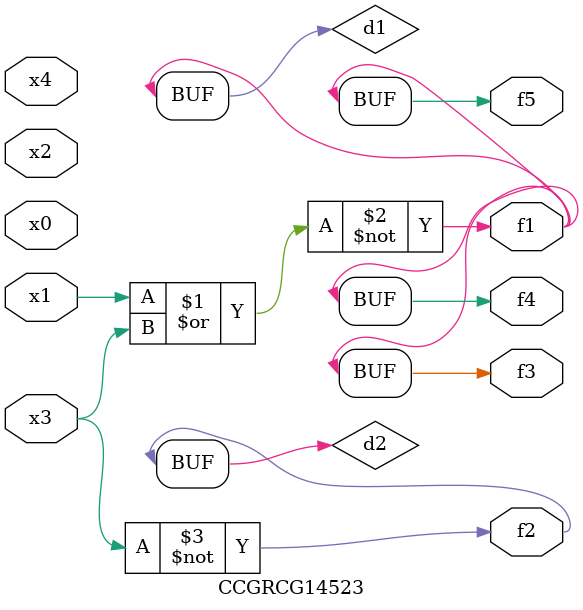
<source format=v>
module CCGRCG14523(
	input x0, x1, x2, x3, x4,
	output f1, f2, f3, f4, f5
);

	wire d1, d2;

	nor (d1, x1, x3);
	not (d2, x3);
	assign f1 = d1;
	assign f2 = d2;
	assign f3 = d1;
	assign f4 = d1;
	assign f5 = d1;
endmodule

</source>
